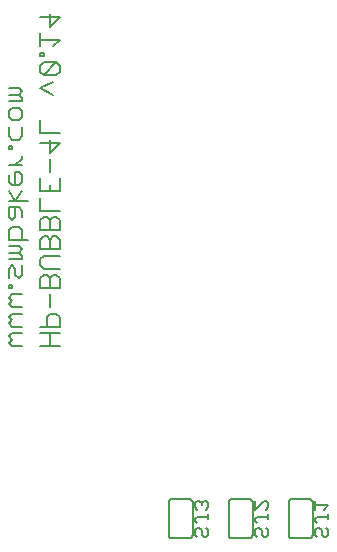
<source format=gbo>
G04 EAGLE Gerber RS-274X export*
G75*
%MOMM*%
%FSLAX34Y34*%
%LPD*%
%INSilkscreen Bottom*%
%IPPOS*%
%AMOC8*
5,1,8,0,0,1.08239X$1,22.5*%
G01*
%ADD10C,0.152400*%
%ADD11C,0.127000*%


D10*
X-1896618Y158759D02*
X-1880348Y158759D01*
X-1888483Y158759D02*
X-1888483Y169606D01*
X-1880348Y169606D02*
X-1896618Y169606D01*
X-1896618Y175131D02*
X-1880348Y175131D01*
X-1880348Y183266D01*
X-1883060Y185977D01*
X-1888483Y185977D01*
X-1891195Y183266D01*
X-1891195Y175131D01*
X-1888483Y191502D02*
X-1888483Y202349D01*
X-1896618Y207874D02*
X-1880348Y207874D01*
X-1880348Y216009D01*
X-1883060Y218720D01*
X-1885771Y218720D01*
X-1888483Y216009D01*
X-1891195Y218720D01*
X-1893906Y218720D01*
X-1896618Y216009D01*
X-1896618Y207874D01*
X-1888483Y207874D02*
X-1888483Y216009D01*
X-1893906Y224245D02*
X-1880348Y224245D01*
X-1893906Y224245D02*
X-1896618Y226957D01*
X-1896618Y232380D01*
X-1893906Y235092D01*
X-1880348Y235092D01*
X-1880348Y240617D02*
X-1896618Y240617D01*
X-1880348Y240617D02*
X-1880348Y248752D01*
X-1883060Y251464D01*
X-1885771Y251464D01*
X-1888483Y248752D01*
X-1891195Y251464D01*
X-1893906Y251464D01*
X-1896618Y248752D01*
X-1896618Y240617D01*
X-1888483Y240617D02*
X-1888483Y248752D01*
X-1896618Y256989D02*
X-1880348Y256989D01*
X-1880348Y265123D01*
X-1883060Y267835D01*
X-1885771Y267835D01*
X-1888483Y265123D01*
X-1891195Y267835D01*
X-1893906Y267835D01*
X-1896618Y265123D01*
X-1896618Y256989D01*
X-1888483Y256989D02*
X-1888483Y265123D01*
X-1880348Y273360D02*
X-1896618Y273360D01*
X-1896618Y284207D01*
X-1880348Y289732D02*
X-1880348Y300578D01*
X-1880348Y289732D02*
X-1896618Y289732D01*
X-1896618Y300578D01*
X-1888483Y295155D02*
X-1888483Y289732D01*
X-1888483Y306103D02*
X-1888483Y316950D01*
X-1896618Y330610D02*
X-1880348Y330610D01*
X-1888483Y322475D01*
X-1888483Y333321D01*
X-1880348Y338846D02*
X-1896618Y338846D01*
X-1896618Y349693D01*
X-1885771Y371589D02*
X-1896618Y377013D01*
X-1885771Y382436D01*
X-1883060Y387961D02*
X-1893906Y387961D01*
X-1883060Y387961D02*
X-1880348Y390673D01*
X-1880348Y396096D01*
X-1883060Y398808D01*
X-1893906Y398808D01*
X-1896618Y396096D01*
X-1896618Y390673D01*
X-1893906Y387961D01*
X-1883060Y398808D01*
X-1893906Y404333D02*
X-1896618Y404333D01*
X-1893906Y404333D02*
X-1893906Y407044D01*
X-1896618Y407044D01*
X-1896618Y404333D01*
X-1885771Y412518D02*
X-1880348Y417942D01*
X-1896618Y417942D01*
X-1896618Y423365D02*
X-1896618Y412518D01*
X-1896618Y437025D02*
X-1880348Y437025D01*
X-1888483Y428890D01*
X-1888483Y439737D01*
X-1912441Y158759D02*
X-1920576Y158759D01*
X-1923288Y161471D01*
X-1920576Y164182D01*
X-1923288Y166894D01*
X-1920576Y169606D01*
X-1912441Y169606D01*
X-1912441Y175131D02*
X-1920576Y175131D01*
X-1923288Y177842D01*
X-1920576Y180554D01*
X-1923288Y183266D01*
X-1920576Y185977D01*
X-1912441Y185977D01*
X-1912441Y191502D02*
X-1920576Y191502D01*
X-1923288Y194214D01*
X-1920576Y196926D01*
X-1923288Y199637D01*
X-1920576Y202349D01*
X-1912441Y202349D01*
X-1920576Y207874D02*
X-1923288Y207874D01*
X-1920576Y207874D02*
X-1920576Y210585D01*
X-1923288Y210585D01*
X-1923288Y207874D01*
X-1923288Y216060D02*
X-1923288Y224195D01*
X-1920576Y226906D01*
X-1917865Y224195D01*
X-1917865Y218771D01*
X-1915153Y216060D01*
X-1912441Y218771D01*
X-1912441Y226906D01*
X-1912441Y232431D02*
X-1923288Y232431D01*
X-1912441Y232431D02*
X-1912441Y235143D01*
X-1915153Y237854D01*
X-1923288Y237854D01*
X-1915153Y237854D02*
X-1912441Y240566D01*
X-1915153Y243278D01*
X-1923288Y243278D01*
X-1923288Y248803D02*
X-1907018Y248803D01*
X-1923288Y248803D02*
X-1923288Y256938D01*
X-1920576Y259649D01*
X-1915153Y259649D01*
X-1912441Y256938D01*
X-1912441Y248803D01*
X-1912441Y267886D02*
X-1912441Y273309D01*
X-1915153Y276021D01*
X-1923288Y276021D01*
X-1923288Y267886D01*
X-1920576Y265174D01*
X-1917865Y267886D01*
X-1917865Y276021D01*
X-1923288Y281546D02*
X-1907018Y281546D01*
X-1917865Y281546D02*
X-1923288Y289681D01*
X-1917865Y281546D02*
X-1912441Y289681D01*
X-1923288Y297900D02*
X-1923288Y303324D01*
X-1923288Y297900D02*
X-1920576Y295189D01*
X-1915153Y295189D01*
X-1912441Y297900D01*
X-1912441Y303324D01*
X-1915153Y306035D01*
X-1917865Y306035D01*
X-1917865Y295189D01*
X-1923288Y311560D02*
X-1912441Y311560D01*
X-1917865Y311560D02*
X-1912441Y316984D01*
X-1912441Y319695D01*
X-1920576Y325203D02*
X-1923288Y325203D01*
X-1920576Y325203D02*
X-1920576Y327915D01*
X-1923288Y327915D01*
X-1923288Y325203D01*
X-1912441Y336101D02*
X-1912441Y344236D01*
X-1912441Y336101D02*
X-1915153Y333389D01*
X-1920576Y333389D01*
X-1923288Y336101D01*
X-1923288Y344236D01*
X-1923288Y352472D02*
X-1923288Y357896D01*
X-1920576Y360607D01*
X-1915153Y360607D01*
X-1912441Y357896D01*
X-1912441Y352472D01*
X-1915153Y349761D01*
X-1920576Y349761D01*
X-1923288Y352472D01*
X-1923288Y366132D02*
X-1912441Y366132D01*
X-1912441Y368844D01*
X-1915153Y371556D01*
X-1923288Y371556D01*
X-1915153Y371556D02*
X-1912441Y374267D01*
X-1915153Y376979D01*
X-1923288Y376979D01*
X-1686560Y26670D02*
X-1686560Y-1270D01*
X-1666240Y26670D02*
X-1666242Y26770D01*
X-1666248Y26869D01*
X-1666258Y26969D01*
X-1666271Y27067D01*
X-1666289Y27166D01*
X-1666310Y27263D01*
X-1666335Y27359D01*
X-1666364Y27455D01*
X-1666397Y27549D01*
X-1666433Y27642D01*
X-1666473Y27733D01*
X-1666517Y27823D01*
X-1666564Y27911D01*
X-1666614Y27997D01*
X-1666668Y28081D01*
X-1666725Y28163D01*
X-1666785Y28242D01*
X-1666849Y28320D01*
X-1666915Y28394D01*
X-1666984Y28466D01*
X-1667056Y28535D01*
X-1667130Y28601D01*
X-1667208Y28665D01*
X-1667287Y28725D01*
X-1667369Y28782D01*
X-1667453Y28836D01*
X-1667539Y28886D01*
X-1667627Y28933D01*
X-1667717Y28977D01*
X-1667808Y29017D01*
X-1667901Y29053D01*
X-1667995Y29086D01*
X-1668091Y29115D01*
X-1668187Y29140D01*
X-1668284Y29161D01*
X-1668383Y29179D01*
X-1668481Y29192D01*
X-1668581Y29202D01*
X-1668680Y29208D01*
X-1668780Y29210D01*
X-1666240Y-1270D02*
X-1666242Y-1370D01*
X-1666248Y-1469D01*
X-1666258Y-1569D01*
X-1666271Y-1667D01*
X-1666289Y-1766D01*
X-1666310Y-1863D01*
X-1666335Y-1959D01*
X-1666364Y-2055D01*
X-1666397Y-2149D01*
X-1666433Y-2242D01*
X-1666473Y-2333D01*
X-1666517Y-2423D01*
X-1666564Y-2511D01*
X-1666614Y-2597D01*
X-1666668Y-2681D01*
X-1666725Y-2763D01*
X-1666785Y-2842D01*
X-1666849Y-2920D01*
X-1666915Y-2994D01*
X-1666984Y-3066D01*
X-1667056Y-3135D01*
X-1667130Y-3201D01*
X-1667208Y-3265D01*
X-1667287Y-3325D01*
X-1667369Y-3382D01*
X-1667453Y-3436D01*
X-1667539Y-3486D01*
X-1667627Y-3533D01*
X-1667717Y-3577D01*
X-1667808Y-3617D01*
X-1667901Y-3653D01*
X-1667995Y-3686D01*
X-1668091Y-3715D01*
X-1668187Y-3740D01*
X-1668284Y-3761D01*
X-1668383Y-3779D01*
X-1668481Y-3792D01*
X-1668581Y-3802D01*
X-1668680Y-3808D01*
X-1668780Y-3810D01*
X-1684020Y-3810D02*
X-1684120Y-3808D01*
X-1684219Y-3802D01*
X-1684319Y-3792D01*
X-1684417Y-3779D01*
X-1684516Y-3761D01*
X-1684613Y-3740D01*
X-1684709Y-3715D01*
X-1684805Y-3686D01*
X-1684899Y-3653D01*
X-1684992Y-3617D01*
X-1685083Y-3577D01*
X-1685173Y-3533D01*
X-1685261Y-3486D01*
X-1685347Y-3436D01*
X-1685431Y-3382D01*
X-1685513Y-3325D01*
X-1685592Y-3265D01*
X-1685670Y-3201D01*
X-1685744Y-3135D01*
X-1685816Y-3066D01*
X-1685885Y-2994D01*
X-1685951Y-2920D01*
X-1686015Y-2842D01*
X-1686075Y-2763D01*
X-1686132Y-2681D01*
X-1686186Y-2597D01*
X-1686236Y-2511D01*
X-1686283Y-2423D01*
X-1686327Y-2333D01*
X-1686367Y-2242D01*
X-1686403Y-2149D01*
X-1686436Y-2055D01*
X-1686465Y-1959D01*
X-1686490Y-1863D01*
X-1686511Y-1766D01*
X-1686529Y-1667D01*
X-1686542Y-1569D01*
X-1686552Y-1469D01*
X-1686558Y-1370D01*
X-1686560Y-1270D01*
X-1686560Y26670D02*
X-1686558Y26770D01*
X-1686552Y26869D01*
X-1686542Y26969D01*
X-1686529Y27067D01*
X-1686511Y27166D01*
X-1686490Y27263D01*
X-1686465Y27359D01*
X-1686436Y27455D01*
X-1686403Y27549D01*
X-1686367Y27642D01*
X-1686327Y27733D01*
X-1686283Y27823D01*
X-1686236Y27911D01*
X-1686186Y27997D01*
X-1686132Y28081D01*
X-1686075Y28163D01*
X-1686015Y28242D01*
X-1685951Y28320D01*
X-1685885Y28394D01*
X-1685816Y28466D01*
X-1685744Y28535D01*
X-1685670Y28601D01*
X-1685592Y28665D01*
X-1685513Y28725D01*
X-1685431Y28782D01*
X-1685347Y28836D01*
X-1685261Y28886D01*
X-1685173Y28933D01*
X-1685083Y28977D01*
X-1684992Y29017D01*
X-1684899Y29053D01*
X-1684805Y29086D01*
X-1684709Y29115D01*
X-1684613Y29140D01*
X-1684516Y29161D01*
X-1684417Y29179D01*
X-1684319Y29192D01*
X-1684219Y29202D01*
X-1684120Y29208D01*
X-1684020Y29210D01*
X-1668780Y29210D01*
X-1668780Y-3810D02*
X-1684020Y-3810D01*
X-1666240Y-1270D02*
X-1666240Y26670D01*
D11*
X-1654802Y4452D02*
X-1652895Y2545D01*
X-1652895Y-1268D01*
X-1654802Y-3175D01*
X-1656709Y-3175D01*
X-1658615Y-1268D01*
X-1658615Y2545D01*
X-1660522Y4452D01*
X-1662428Y4452D01*
X-1664335Y2545D01*
X-1664335Y-1268D01*
X-1662428Y-3175D01*
X-1662428Y8519D02*
X-1664335Y10426D01*
X-1664335Y12332D01*
X-1662428Y14239D01*
X-1652895Y14239D01*
X-1652895Y16145D02*
X-1652895Y12332D01*
X-1656709Y20213D02*
X-1652895Y24026D01*
X-1664335Y24026D01*
X-1664335Y20213D02*
X-1664335Y27839D01*
D10*
X-1737360Y26670D02*
X-1737360Y-1270D01*
X-1717040Y26670D02*
X-1717042Y26770D01*
X-1717048Y26869D01*
X-1717058Y26969D01*
X-1717071Y27067D01*
X-1717089Y27166D01*
X-1717110Y27263D01*
X-1717135Y27359D01*
X-1717164Y27455D01*
X-1717197Y27549D01*
X-1717233Y27642D01*
X-1717273Y27733D01*
X-1717317Y27823D01*
X-1717364Y27911D01*
X-1717414Y27997D01*
X-1717468Y28081D01*
X-1717525Y28163D01*
X-1717585Y28242D01*
X-1717649Y28320D01*
X-1717715Y28394D01*
X-1717784Y28466D01*
X-1717856Y28535D01*
X-1717930Y28601D01*
X-1718008Y28665D01*
X-1718087Y28725D01*
X-1718169Y28782D01*
X-1718253Y28836D01*
X-1718339Y28886D01*
X-1718427Y28933D01*
X-1718517Y28977D01*
X-1718608Y29017D01*
X-1718701Y29053D01*
X-1718795Y29086D01*
X-1718891Y29115D01*
X-1718987Y29140D01*
X-1719084Y29161D01*
X-1719183Y29179D01*
X-1719281Y29192D01*
X-1719381Y29202D01*
X-1719480Y29208D01*
X-1719580Y29210D01*
X-1717040Y-1270D02*
X-1717042Y-1370D01*
X-1717048Y-1469D01*
X-1717058Y-1569D01*
X-1717071Y-1667D01*
X-1717089Y-1766D01*
X-1717110Y-1863D01*
X-1717135Y-1959D01*
X-1717164Y-2055D01*
X-1717197Y-2149D01*
X-1717233Y-2242D01*
X-1717273Y-2333D01*
X-1717317Y-2423D01*
X-1717364Y-2511D01*
X-1717414Y-2597D01*
X-1717468Y-2681D01*
X-1717525Y-2763D01*
X-1717585Y-2842D01*
X-1717649Y-2920D01*
X-1717715Y-2994D01*
X-1717784Y-3066D01*
X-1717856Y-3135D01*
X-1717930Y-3201D01*
X-1718008Y-3265D01*
X-1718087Y-3325D01*
X-1718169Y-3382D01*
X-1718253Y-3436D01*
X-1718339Y-3486D01*
X-1718427Y-3533D01*
X-1718517Y-3577D01*
X-1718608Y-3617D01*
X-1718701Y-3653D01*
X-1718795Y-3686D01*
X-1718891Y-3715D01*
X-1718987Y-3740D01*
X-1719084Y-3761D01*
X-1719183Y-3779D01*
X-1719281Y-3792D01*
X-1719381Y-3802D01*
X-1719480Y-3808D01*
X-1719580Y-3810D01*
X-1734820Y-3810D02*
X-1734920Y-3808D01*
X-1735019Y-3802D01*
X-1735119Y-3792D01*
X-1735217Y-3779D01*
X-1735316Y-3761D01*
X-1735413Y-3740D01*
X-1735509Y-3715D01*
X-1735605Y-3686D01*
X-1735699Y-3653D01*
X-1735792Y-3617D01*
X-1735883Y-3577D01*
X-1735973Y-3533D01*
X-1736061Y-3486D01*
X-1736147Y-3436D01*
X-1736231Y-3382D01*
X-1736313Y-3325D01*
X-1736392Y-3265D01*
X-1736470Y-3201D01*
X-1736544Y-3135D01*
X-1736616Y-3066D01*
X-1736685Y-2994D01*
X-1736751Y-2920D01*
X-1736815Y-2842D01*
X-1736875Y-2763D01*
X-1736932Y-2681D01*
X-1736986Y-2597D01*
X-1737036Y-2511D01*
X-1737083Y-2423D01*
X-1737127Y-2333D01*
X-1737167Y-2242D01*
X-1737203Y-2149D01*
X-1737236Y-2055D01*
X-1737265Y-1959D01*
X-1737290Y-1863D01*
X-1737311Y-1766D01*
X-1737329Y-1667D01*
X-1737342Y-1569D01*
X-1737352Y-1469D01*
X-1737358Y-1370D01*
X-1737360Y-1270D01*
X-1737360Y26670D02*
X-1737358Y26770D01*
X-1737352Y26869D01*
X-1737342Y26969D01*
X-1737329Y27067D01*
X-1737311Y27166D01*
X-1737290Y27263D01*
X-1737265Y27359D01*
X-1737236Y27455D01*
X-1737203Y27549D01*
X-1737167Y27642D01*
X-1737127Y27733D01*
X-1737083Y27823D01*
X-1737036Y27911D01*
X-1736986Y27997D01*
X-1736932Y28081D01*
X-1736875Y28163D01*
X-1736815Y28242D01*
X-1736751Y28320D01*
X-1736685Y28394D01*
X-1736616Y28466D01*
X-1736544Y28535D01*
X-1736470Y28601D01*
X-1736392Y28665D01*
X-1736313Y28725D01*
X-1736231Y28782D01*
X-1736147Y28836D01*
X-1736061Y28886D01*
X-1735973Y28933D01*
X-1735883Y28977D01*
X-1735792Y29017D01*
X-1735699Y29053D01*
X-1735605Y29086D01*
X-1735509Y29115D01*
X-1735413Y29140D01*
X-1735316Y29161D01*
X-1735217Y29179D01*
X-1735119Y29192D01*
X-1735019Y29202D01*
X-1734920Y29208D01*
X-1734820Y29210D01*
X-1719580Y29210D01*
X-1719580Y-3810D02*
X-1734820Y-3810D01*
X-1717040Y-1270D02*
X-1717040Y26670D01*
D11*
X-1705602Y4452D02*
X-1703695Y2545D01*
X-1703695Y-1268D01*
X-1705602Y-3175D01*
X-1707509Y-3175D01*
X-1709415Y-1268D01*
X-1709415Y2545D01*
X-1711322Y4452D01*
X-1713228Y4452D01*
X-1715135Y2545D01*
X-1715135Y-1268D01*
X-1713228Y-3175D01*
X-1713228Y8519D02*
X-1715135Y10426D01*
X-1715135Y12332D01*
X-1713228Y14239D01*
X-1703695Y14239D01*
X-1703695Y16145D02*
X-1703695Y12332D01*
X-1715135Y20213D02*
X-1715135Y27839D01*
X-1715135Y20213D02*
X-1707509Y27839D01*
X-1705602Y27839D01*
X-1703695Y25933D01*
X-1703695Y22120D01*
X-1705602Y20213D01*
D10*
X-1788160Y26670D02*
X-1788160Y-1270D01*
X-1767840Y26670D02*
X-1767842Y26770D01*
X-1767848Y26869D01*
X-1767858Y26969D01*
X-1767871Y27067D01*
X-1767889Y27166D01*
X-1767910Y27263D01*
X-1767935Y27359D01*
X-1767964Y27455D01*
X-1767997Y27549D01*
X-1768033Y27642D01*
X-1768073Y27733D01*
X-1768117Y27823D01*
X-1768164Y27911D01*
X-1768214Y27997D01*
X-1768268Y28081D01*
X-1768325Y28163D01*
X-1768385Y28242D01*
X-1768449Y28320D01*
X-1768515Y28394D01*
X-1768584Y28466D01*
X-1768656Y28535D01*
X-1768730Y28601D01*
X-1768808Y28665D01*
X-1768887Y28725D01*
X-1768969Y28782D01*
X-1769053Y28836D01*
X-1769139Y28886D01*
X-1769227Y28933D01*
X-1769317Y28977D01*
X-1769408Y29017D01*
X-1769501Y29053D01*
X-1769595Y29086D01*
X-1769691Y29115D01*
X-1769787Y29140D01*
X-1769884Y29161D01*
X-1769983Y29179D01*
X-1770081Y29192D01*
X-1770181Y29202D01*
X-1770280Y29208D01*
X-1770380Y29210D01*
X-1767840Y-1270D02*
X-1767842Y-1370D01*
X-1767848Y-1469D01*
X-1767858Y-1569D01*
X-1767871Y-1667D01*
X-1767889Y-1766D01*
X-1767910Y-1863D01*
X-1767935Y-1959D01*
X-1767964Y-2055D01*
X-1767997Y-2149D01*
X-1768033Y-2242D01*
X-1768073Y-2333D01*
X-1768117Y-2423D01*
X-1768164Y-2511D01*
X-1768214Y-2597D01*
X-1768268Y-2681D01*
X-1768325Y-2763D01*
X-1768385Y-2842D01*
X-1768449Y-2920D01*
X-1768515Y-2994D01*
X-1768584Y-3066D01*
X-1768656Y-3135D01*
X-1768730Y-3201D01*
X-1768808Y-3265D01*
X-1768887Y-3325D01*
X-1768969Y-3382D01*
X-1769053Y-3436D01*
X-1769139Y-3486D01*
X-1769227Y-3533D01*
X-1769317Y-3577D01*
X-1769408Y-3617D01*
X-1769501Y-3653D01*
X-1769595Y-3686D01*
X-1769691Y-3715D01*
X-1769787Y-3740D01*
X-1769884Y-3761D01*
X-1769983Y-3779D01*
X-1770081Y-3792D01*
X-1770181Y-3802D01*
X-1770280Y-3808D01*
X-1770380Y-3810D01*
X-1785620Y-3810D02*
X-1785720Y-3808D01*
X-1785819Y-3802D01*
X-1785919Y-3792D01*
X-1786017Y-3779D01*
X-1786116Y-3761D01*
X-1786213Y-3740D01*
X-1786309Y-3715D01*
X-1786405Y-3686D01*
X-1786499Y-3653D01*
X-1786592Y-3617D01*
X-1786683Y-3577D01*
X-1786773Y-3533D01*
X-1786861Y-3486D01*
X-1786947Y-3436D01*
X-1787031Y-3382D01*
X-1787113Y-3325D01*
X-1787192Y-3265D01*
X-1787270Y-3201D01*
X-1787344Y-3135D01*
X-1787416Y-3066D01*
X-1787485Y-2994D01*
X-1787551Y-2920D01*
X-1787615Y-2842D01*
X-1787675Y-2763D01*
X-1787732Y-2681D01*
X-1787786Y-2597D01*
X-1787836Y-2511D01*
X-1787883Y-2423D01*
X-1787927Y-2333D01*
X-1787967Y-2242D01*
X-1788003Y-2149D01*
X-1788036Y-2055D01*
X-1788065Y-1959D01*
X-1788090Y-1863D01*
X-1788111Y-1766D01*
X-1788129Y-1667D01*
X-1788142Y-1569D01*
X-1788152Y-1469D01*
X-1788158Y-1370D01*
X-1788160Y-1270D01*
X-1788160Y26670D02*
X-1788158Y26770D01*
X-1788152Y26869D01*
X-1788142Y26969D01*
X-1788129Y27067D01*
X-1788111Y27166D01*
X-1788090Y27263D01*
X-1788065Y27359D01*
X-1788036Y27455D01*
X-1788003Y27549D01*
X-1787967Y27642D01*
X-1787927Y27733D01*
X-1787883Y27823D01*
X-1787836Y27911D01*
X-1787786Y27997D01*
X-1787732Y28081D01*
X-1787675Y28163D01*
X-1787615Y28242D01*
X-1787551Y28320D01*
X-1787485Y28394D01*
X-1787416Y28466D01*
X-1787344Y28535D01*
X-1787270Y28601D01*
X-1787192Y28665D01*
X-1787113Y28725D01*
X-1787031Y28782D01*
X-1786947Y28836D01*
X-1786861Y28886D01*
X-1786773Y28933D01*
X-1786683Y28977D01*
X-1786592Y29017D01*
X-1786499Y29053D01*
X-1786405Y29086D01*
X-1786309Y29115D01*
X-1786213Y29140D01*
X-1786116Y29161D01*
X-1786017Y29179D01*
X-1785919Y29192D01*
X-1785819Y29202D01*
X-1785720Y29208D01*
X-1785620Y29210D01*
X-1770380Y29210D01*
X-1770380Y-3810D02*
X-1785620Y-3810D01*
X-1767840Y-1270D02*
X-1767840Y26670D01*
D11*
X-1756402Y4452D02*
X-1754495Y2545D01*
X-1754495Y-1268D01*
X-1756402Y-3175D01*
X-1758309Y-3175D01*
X-1760215Y-1268D01*
X-1760215Y2545D01*
X-1762122Y4452D01*
X-1764028Y4452D01*
X-1765935Y2545D01*
X-1765935Y-1268D01*
X-1764028Y-3175D01*
X-1764028Y8519D02*
X-1765935Y10426D01*
X-1765935Y12332D01*
X-1764028Y14239D01*
X-1754495Y14239D01*
X-1754495Y16145D02*
X-1754495Y12332D01*
X-1756402Y20213D02*
X-1754495Y22120D01*
X-1754495Y25933D01*
X-1756402Y27839D01*
X-1758309Y27839D01*
X-1760215Y25933D01*
X-1760215Y24026D01*
X-1760215Y25933D02*
X-1762122Y27839D01*
X-1764028Y27839D01*
X-1765935Y25933D01*
X-1765935Y22120D01*
X-1764028Y20213D01*
M02*

</source>
